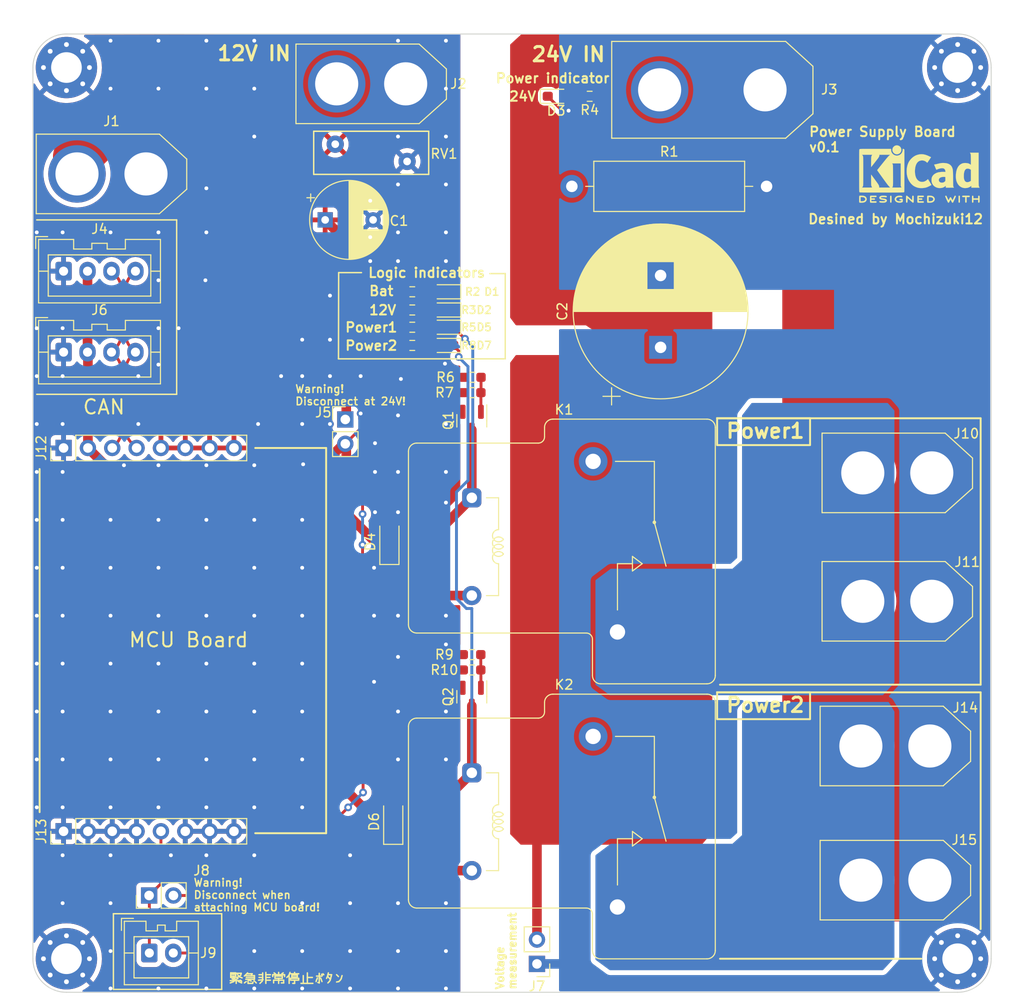
<source format=kicad_pcb>
(kicad_pcb (version 20221018) (generator pcbnew)
  (layers (0 "F.Cu" signal) (31 "B.Cu" signal) (34 "B.Paste" user) (35 "F.Paste" user) (36 "B.SilkS" user "B.Silkscreen") (37 "F.SilkS" user "F.Silkscreen") (38 "B.Mask" user) (39 "F.Mask" user) (44 "Edge.Cuts" user))
  (net 0 "")
  (net 1 "+24V")
  (net 2 "GNDPWR")
  (net 3 "Net-(D1-A)")
  (net 4 "Net-(D2-A)")
  (net 5 "GND")
  (net 6 "/PWR_Cutoff_Relay Sheet/Relay_SW_OUT")
  (net 7 "/PWR_Cutoff_Relay Sheet1/Relay_SW_OUT")
  (net 8 "Net-(Q1-G)")
  (net 9 "Net-(Q2-G)")
  (net 10 "+12V")
  (net 11 "CANH")
  (net 12 "CANL")
  (net 13 "12VIN")
  (net 14 "Net-(D3-A)")
  (net 15 "Net-(D4-A)")
  (net 16 "Net-(D5-A)")
  (net 17 "Net-(D6-A)")
  (net 18 "Net-(D7-A)")
  (net 19 "EMC_signal")
  (net 20 "/PWR_Cutoff_Relay Sheet/Relay_Coil_Signal")
  (footprint "MountingHole:MountingHole_3.2mm_M3_Pad_Via" (layer "F.Cu") (at 82.8 137.9)
    (fp_text reference "H2" hide)
    (fp_text value "MountingHole_Pad")
  )
  (footprint "Capacitor_THT:CP_Radial_D18.0mm_P7.50mm" (layer "F.Cu") (at 144.8 74.1 90)
    (fp_text reference "C2")
    (fp_text value "1000uF")
  )
  (footprint "RDC_general:XT90-M" (layer "F.Cu") (at 150.225 41.1 180)
    (fp_text reference "J3")
    (fp_text value "Conn_01x02")
  )
  (footprint "Resistor_SMD:R_0603_1608Metric_Pad0.98x0.95mm_HandSolder" (layer "F.Cu") (at 118.8875 72)
    (fp_text reference "R5")
    (fp_text value "10k")
  )
  (footprint "Connector_AMASS:AMASS_XT60-F_1x02_P7.20mm_Vertical" (layer "F.Cu") (at 172.9 129.7 180)
    (fp_text reference "J15")
    (fp_text value "Conn_01x02")
  )
  (footprint "Relay_THT:Relay_SPST_RAYEX-L90AS" (layer "F.Cu") (at 122.56 123.6)
    (fp_text reference "K2")
    (fp_text value "RAYEX-L90AS")
  )
  (footprint "Connector_PinHeader_2.54mm:PinHeader_1x08_P2.54mm_Vertical" (layer "F.Cu") (at 82.5 124.6 90)
    (fp_text reference "J13")
    (fp_text value "Conn_01x08")
  )
  (footprint "LED_SMD:LED_0603_1608Metric_Pad1.05x0.95mm_HandSolder" (layer "F.Cu") (at 122.2875 73.9 180)
    (fp_text reference "D7")
    (fp_text value "LED")
  )
  (footprint "Connector_PinHeader_2.54mm:PinHeader_1x08_P2.54mm_Vertical" (layer "F.Cu") (at 82.5 84.6 90)
    (fp_text reference "J12")
    (fp_text value "Conn_01x08")
  )
  (footprint "MountingHole:MountingHole_3.2mm_M3_Pad_Via" (layer "F.Cu") (at 175.8 44.9)
    (fp_text reference "H3" hide)
    (fp_text value "MountingHole_Pad")
  )
  (footprint "Connector_AMASS:AMASS_XT60-F_1x02_P7.20mm_Vertical" (layer "F.Cu") (at 91.1 56 180)
    (fp_text reference "J1")
    (fp_text value "Conn_01x02")
  )
  (footprint "Capacitor_THT:CP_Radial_D8.0mm_P5.00mm" (layer "F.Cu") (at 109.797349 60.8)
    (fp_text reference "C1")
    (fp_text value "100uF")
  )
  (footprint "Diode_SMD:D_SOD-123" (layer "F.Cu") (at 116.9 123.6 90)
    (fp_text reference "D6")
    (fp_text value "D")
  )
  (footprint "Connector_JST:JST_XA_B02B-XASK-1_1x02_P2.50mm_Vertical" (layer "F.Cu") (at 91.45 137.3)
    (fp_text reference "J9")
    (fp_text value "Conn_01x02")
  )
  (footprint "Resistor_SMD:R_0603_1608Metric_Pad0.98x0.95mm_HandSolder" (layer "F.Cu") (at 137.4 47.9 180)
    (fp_text reference "R4")
    (fp_text value "10k")
  )
  (footprint "Resistor_SMD:R_0603_1608Metric_Pad0.98x0.95mm_HandSolder" (layer "F.Cu") (at 118.8875 73.9)
    (fp_text reference "R8")
    (fp_text value "10k")
  )
  (footprint "Varistor:RV_Disc_D12mm_W4.5mm_P7.5mm" (layer "F.Cu") (at 110.85 52.9)
    (fp_text reference "RV1")
    (fp_text value "Varistor")
  )
  (footprint "Connector_PinHeader_2.54mm:PinHeader_1x02_P2.54mm_Vertical" (layer "F.Cu") (at 111.9 81.625)
    (fp_text reference "J5")
    (fp_text value "Conn_01x02")
  )
  (footprint "LED_SMD:LED_0603_1608Metric_Pad1.05x0.95mm_HandSolder" (layer "F.Cu") (at 122.2875 68.3 180)
    (fp_text reference "D1")
    (fp_text value "LED")
  )
  (footprint "Resistor_SMD:R_0603_1608Metric_Pad0.98x0.95mm_HandSolder" (layer "F.Cu") (at 125.125 107.7625 180)
    (fp_text reference "R10")
    (fp_text value "10k")
  )
  (footprint "Connector_PinHeader_2.54mm:PinHeader_1x02_P2.54mm_Vertical" (layer "F.Cu") (at 91.425 131.3 90)
    (fp_text reference "J8")
    (fp_text value "Conn_01x02")
  )
  (footprint "Resistor_SMD:R_0603_1608Metric_Pad0.98x0.95mm_HandSolder" (layer "F.Cu") (at 118.8875 70.2)
    (fp_text reference "R3")
    (fp_text value "10k")
  )
  (footprint "Symbol:KiCad-Logo2_5mm_SilkScreen" (layer "F.Cu") (at 171.8 56)
    (fp_text reference "REF**" hide)
    (fp_text value "KiCad-Logo2_5mm_SilkScreen" hide)
  )
  (footprint "MountingHole:MountingHole_3.2mm_M3_Pad_Via" (layer "F.Cu") (at 82.8 44.9)
    (fp_text reference "H1" hide)
    (fp_text value "MountingHole_Pad")
  )
  (footprint "Resistor_SMD:R_0603_1608Metric_Pad0.98x0.95mm_HandSolder" (layer "F.Cu") (at 118.8875 68.3)
    (fp_text reference "R2")
    (fp_text value "10k")
  )
  (footprint "Connector_AMASS:AMASS_XT60-F_1x02_P7.20mm_Vertical" (layer "F.Cu") (at 173.1 100.6 180)
    (fp_text reference "J11")
    (fp_text value "Conn_01x02")
  )
  (footprint "MountingHole:MountingHole_3.2mm_M3_Pad_Via" (layer "F.Cu") (at 175.8 137.9)
    (fp_text reference "H4" hide)
    (fp_text value "MountingHole_Pad")
  )
  (footprint "Connector_AMASS:AMASS_XT60-F_1x02_P7.20mm_Vertical" (layer "F.Cu") (at 173.1 87.2 180)
    (fp_text reference "J10")
    (fp_text value "Conn_01x02")
  )
  (footprint "Resistor_SMD:R_0603_1608Metric_Pad0.98x0.95mm_HandSolder" (layer "F.Cu") (at 125.15 77.225 180)
    (fp_text reference "R6")
    (fp_text value "100")
  )
  (footprint "Package_TO_SOT_SMD:SOT-23" (layer "F.Cu") (at 125.1 110.5625 -90)
    (fp_text reference "Q2")
    (fp_text value "Q_NMOS_GSD")
  )
  (footprint "LED_SMD:LED_0603_1608Metric_Pad1.05x0.95mm_HandSolder" (layer "F.Cu") (at 122.2875 72 180)
    (fp_text reference "D5")
    (fp_text value "LED")
  )
  (footprint "Relay_THT:Relay_SPST_RAYEX-L90AS" (layer "F.Cu") (at 122.56 94.9)
    (fp_text reference "K1")
    (fp_text value "RAYEX-L90AS")
  )
  (footprint "LED_SMD:LED_0603_1608Metric_Pad1.05x0.95mm_HandSolder" (layer "F.Cu") (at 133.9 47.9)
    (fp_text reference "D3")
    (fp_text value "LED")
  )
  (footprint "Connector_JST:JST_XA_B04B-XASK-1_1x04_P2.50mm_Vertical" (layer "F.Cu") (at 82.5 74.6)
    (fp_text reference "J6")
    (fp_text value "Conn_01x04")
  )
  (footprint "Connector_AMASS:AMASS_XT60-M_1x02_P7.20mm_Vertical" (layer "F.Cu") (at 118.2 46.6 180)
    (fp_text reference "J2")
    (fp_text value "Conn_01x02")
  )
  (footprint "Connector_PinHeader_2.54mm:PinHeader_1x02_P2.54mm_Vertical" (layer "F.Cu") (at 131.9 138.44 180)
    (fp_text reference "J7")
    (fp_text value "Conn_01x02")
  )
  (footprint "LED_SMD:LED_0603_1608Metric_Pad1.05x0.95mm_HandSolder" (layer "F.Cu") (at 122.2875 70.2 180)
    (fp_text reference "D2")
    (fp_text value "LED")
  )
  (footprint "Connector_JST:JST_XA_B04B-XASK-1_1x04_P2.50mm_Vertical" (layer "F.Cu") (at 82.5 66.15)
    (fp_text reference "J4")
    (fp_text value "Conn_01x04")
  )
  (footprint "Package_TO_SOT_SMD:SOT-23" (layer "F.Cu") (at 125.1 81.7625 -90)
    (fp_text reference "Q1")
    (fp_text value "Q_NMOS_GSD")
  )
  (footprint "Connector_AMASS:AMASS_XT60-F_1x02_P7.20mm_Vertical" (layer "F.Cu") (at 172.9 115.7 180)
    (fp_text reference "J14")
    (fp_text value "Conn_01x02")
  )
  (footprint "Resistor_SMD:R_0603_1608Metric_Pad0.98x0.95mm_HandSolder" (layer "F.Cu") (at 125.1375 78.825 180)
    (fp_text reference "R7")
    (fp_text value "10k")
  )
  (footprint "Resistor_SMD:R_0603_1608Metric_Pad0.98x0.95mm_HandSolder" (layer "F.Cu") (at 125.125 106.1625 180)
    (fp_text reference "R9")
    (fp_text value "100")
  )
  (footprint "Resistor_THT:R_Axial_DIN0516_L15.5mm_D5.0mm_P20.32mm_Horizontal" (layer "F.Cu") (at 135.54 57.3)
    (fp_text reference "R1")
    (fp_text value "10k")
  )
  (footprint "Diode_SMD:D_SOD-123" (layer "F.Cu") (at 116.5 94.4 90)
    (fp_text reference "D4")
    (fp_text value "D")
  )
  (gr_line (start 178.2 81.5) (end 178.2 109.3) (stroke (width 0.2)) (layer "F.SilkS"))
  (gr_line (start 111.204849 66.3) (end 111.1875 75.3) (stroke (width 0.15)) (layer "F.SilkS"))
  (gr_line (start 94.3 60.8) (end 94.3 79) (stroke (width 0.15)) (layer "F.SilkS"))
  (gr_line (start 99 141.1) (end 87.7 141.1) (stroke (width 0.15)) (layer "F.SilkS"))
  (gr_line (start 99 133.2) (end 99 141.1) (stroke (width 0.15)) (layer "F.SilkS"))
  (gr_line (start 150.7 110.1) (end 178.2 110.1) (stroke (width 0.2)) (layer "F.SilkS"))
  (gr_line (start 128.5875 75.3) (end 128.5875 66.4) (stroke (width 0.15)) (layer "F.SilkS"))
  (gr_line (start 113.5875 66.3) (end 111.204849 66.3) (stroke (width 0.15)) (layer "F.SilkS"))
  (gr_line (start 87.7 133.2) (end 99 133.2) (stroke (width 0.15)) (layer "F.SilkS"))
  (gr_line (start 94.3 79) (end 79.7 79) (stroke (width 0.15)) (layer "F.SilkS"))
  (gr_line (start 80 86.8) (end 80 122.6) (stroke (width 0.2)) (layer "F.SilkS"))
  (gr_line (start 109.9 84.6) (end 109.9 124.8) (stroke (width 0.2)) (layer "F.SilkS"))
  (gr_line (start 111.1875 75.3) (end 128.5875 75.3) (stroke (width 0.15)) (layer "F.SilkS"))
  (gr_line (start 150.7 81.5) (end 178.2 81.5) (stroke (width 0.2)) (layer "F.SilkS"))
  (gr_line (start 128.5875 66.4) (end 126.9875 66.4) (stroke (width 0.15)) (layer "F.SilkS"))
  (gr_line (start 178.2 109.3) (end 151 109.3) (stroke (width 0.2)) (layer "F.SilkS"))
  (gr_line (start 109.9 124.8) (end 102.5 124.8) (stroke (width 0.2)) (layer "F.SilkS"))
  (gr_line (start 79.7 60.8) (end 94.3 60.8) (stroke (width 0.15)) (layer "F.SilkS"))
  (gr_rect (start 150.7 81.5) (end 160.4 84.3) (stroke (width 0.2)) (fill none) (layer "F.SilkS"))
  (gr_line (start 172 137.9) (end 151 137.9) (stroke (width 0.2)) (layer "F.SilkS"))
  (gr_line (start 87.7 141.1) (end 87.7 133.2) (stroke (width 0.15)) (layer "F.SilkS"))
  (gr_line (start 178.2 110.1) (end 178.2 134.8) (stroke (width 0.2)) (layer "F.SilkS"))
  (gr_line (start 109.9 84.6) (end 102.5 84.6) (stroke (width 0.2)) (layer "F.SilkS"))
  (gr_rect (start 150.7 110.1) (end 160.4 112.9) (stroke (width 0.2)) (fill none) (layer "F.SilkS"))
  (gr_arc (start 82.8 141.4) (mid 80.325126 140.374874) (end 79.3 137.9) (stroke (width 0.1)) (layer "Edge.Cuts"))
  (gr_arc (start 79.3 44.9) (mid 80.325126 42.425126) (end 82.8 41.4) (stroke (width 0.1)) (layer "Edge.Cuts"))
  (gr_arc (start 179.3 137.9) (mid 178.274874 140.374874) (end 175.8 141.4) (stroke (width 0.1)) (layer "Edge.Cuts"))
  (gr_line (start 175.8 41.4) (end 82.8 41.4) (stroke (width 0.1)) (layer "Edge.Cuts"))
  (gr_line (start 82.8 141.4) (end 175.8 141.4) (stroke (width 0.1)) (layer "Edge.Cuts"))
  (gr_arc (start 175.8 41.4) (mid 178.274874 42.425126) (end 179.3 44.9) (stroke (width 0.1)) (layer "Edge.Cuts"))
  (gr_line (start 79.3 44.9) (end 79.3 137.9) (stroke (width 0.1)) (layer "Edge.Cuts"))
  (gr_line (start 179.3 137.9) (end 179.3 44.9) (stroke (width 0.1)) (layer "Edge.Cuts"))
  (gr_text "Power2" (at 111.7875 74.5) (layer "F.SilkS") (effects (font (size 1 1) (thickness 0.2) bold) (justify left bottom)))
  (gr_text "Desined by Mochizuki12" (at 160.1 61.3) (layer "F.SilkS") (effects (font (size 1 1) (thickness 0.2) bold) (justify left bottom)))
  (gr_text "MCU Board" (at 89.2 105.5) (layer "F.SilkS") (effects (font (size 1.5 1.5) (thickness 0.2)) (justify left bottom)))
  (gr_text "Warning!\nDisconnect when \nattaching MCU board!" (at 96 133) (layer "F.SilkS") (effects (font (size 0.8 0.8)) (justify left bottom)))
  (gr_text "12V" (at 114.2875 70.8) (layer "F.SilkS") (effects (font (size 1 1) (thickness 0.2) bold) (justify left bottom)))
  (gr_text "Bat\n" (at 114.2875 68.8) (layer "F.SilkS") (effects (font (size 1 1) (thickness 0.2) bold) (justify left bottom)))
  (gr_text "Power Supply Board\nv0.1" (at 160.2 53.8) (layer "F.SilkS") (effects (font (size 1 1) (thickness 0.2) bold) (justify left bottom)))
  (gr_text "Warning!\nDisconnect at 24V!" (at 106.6 80.2) (layer "F.SilkS") (effects (font (size 0.8 0.8)) (justify left bottom)))
  (gr_text "24V" (at 128.9 48.5) (layer "F.SilkS") (effects (font (size 1 1) (thickness 0.2) bold) (justify left bottom)))
  (gr_text "24V IN" (at 131.2 44.4) (layer "F.SilkS") (effects (font (size 1.5 1.5) (thickness 0.3) bold) (justify left bottom)))
  (gr_text "CAN" (at 84.4 81.2) (layer "F.SilkS") (effects (font (size 1.5 1.5) (thickness 0.2)) (justify left bottom)))
  (gr_text "緊急非常停止ボタン" (at 99.7 140.6) (layer "F.SilkS") (effects (font (size 1 1)) (justify left bottom)))
  (gr_text "Voltage\nmeasurement" (at 129.8 141.2 90) (layer "F.SilkS") (effects (font (size 0.8 0.8) (thickness 0.2) bold) (justify left bottom)))
  (gr_text "Power1" (at 111.7875 72.6) (layer "F.SilkS") (effects (font (size 1 1) (thickness 0.2) bold) (justify left bottom)))
  (gr_text "12V IN" (at 98.4 44.3) (layer "F.SilkS") (effects (font (size 1.5 1.5) (thickness 0.3) bold) (justify left bottom)))
  (gr_text "Power indicator" (at 127.5 46.6) (layer "F.SilkS") (effects (font (size 1 1) (thickness 0.2) bold) (justify left bottom)))
  (gr_text "Power1\n" (at 151.5 83.7) (layer "F.SilkS") (effects (font (size 1.5 1.5) (thickness 0.3) bold) (justify left bottom)))
  (gr_text "Power2" (at 151.5 112.3) (layer "F.SilkS") (effects (font (size 1.5 1.5) (thickness 0.3) bold) (justify left bottom)))
  (gr_text "Logic indicators" (at 114.1875 66.9) (layer "F.SilkS") (effects (font (size 1 1) (thickness 0.2) bold) (justify left bottom)))
  (segment (start 131.9 135.9) (end 131.9 125.4) (width 1) (layer "F.Cu") (net 1))
  (segment (start 144.8 73.86) (end 144.8 74.1) (width 1) (layer "F.Cu") (net 1))
  (segment (start 135.2 49.4) (end 134.525 49.4) (width 0.3) (layer "F.Cu") (net 2))
  (segment (start 134.525 49.4) (end 133.025 47.9) (width 0.3) (layer "F.Cu") (net 2))
  (via (at 135.2 49.4) (size 0.8) (drill 0.4) (layers "F.Cu" "B.Cu") (net 2))
  (segment (start 134.56 138.44) (end 134.6 138.4) (width 1) (layer "B.Cu") (net 2))
  (segment (start 131.9 138.44) (end 134.56 138.44) (width 1) (layer "B.Cu") (net 2))
  (segment (start 119.8 68.3) (end 121.4125 68.3) (width 0.3) (layer "F.Cu") (net 3))
  (segment (start 119.8 70.2) (end 121.4125 70.2) (width 0.3) (layer "F.Cu") (net 4))
  (segment (start 124.225 78.825) (end 123.975 78.825) (width 0.25) (layer "F.Cu") (net 5))
  (segment (start 93.25 57.9) (end 93.3 57.85) (width 1) (layer "F.Cu") (net 5))
  (segment (start 124.2125 109.5625) (end 124.15 109.625) (width 0.25) (layer "F.Cu") (net 5))
  (segment (start 124.15 78.9) (end 124.225 78.825) (width 0.25) (layer "F.Cu") (net 5))
  (via (at 79.7 62.1) (size 0.8) (drill 0.4) (layers "F.Cu" "B.Cu") (net 5))
  (via (at 117.4 106.4) (size 0.8) (drill 0.4) (layers "F.Cu" "B.Cu") (net 5))
  (via (at 114.9 97.1) (size 0.8) (drill 0.4) (layers "F.Cu" "B.Cu") (net 5))
  (via (at 112.4 137.1) (size 0.8) (drill 0.4) (layers "F.Cu" "B.Cu") (net 5))
  (via (at 97.4 112.1) (size 0.8) (drill 0.4) (layers "F.Cu" "B.Cu") (net 5))
  (via (at 82.4 127.1) (size 0.8) (drill 0.4) (layers "F.Cu" "B.Cu") (net 5))
  (via (at 122.4 137.1) (size 0.8) (drill 0.4) (layers "F.Cu" "B.Cu") (net 5))
  (via (at 87.4 127.1) (size 0.8) (drill 0.4) (layers "F.Cu" "B.Cu") (net 5))
  (via (at 110.3 77.1) (size 0.8) (drill 0.4) (layers "F.Cu" "B.Cu") (net 5))
  (via (at 107.4 141) (size 0.8) (drill 0.4) (layers "F.Cu" "B.Cu") (net 5))
  (via (at 102.4 102.1) (size 0.8) (drill 0.4) (layers "F.Cu" "B.Cu") (net 5))
  (via (at 122.4 102.1) (size 0.8) (drill 0.4) (layers "F.Cu" "B.Cu") (net 5))
  (via (at 82.4 87.1) (size 0.8) (drill 0.4) (layers "F.Cu" "B.Cu") (net 5))
  (via (at 79.7 107.1) (size 0.8) (drill 0.4) (layers "F.Cu" "B.Cu") (net 5))
  (via (at 102.4 86.4) (size 0.8) (drill 0.4) (layers "F.Cu" "B.Cu") (net 5))
  (via (at 102.4 112.1) (size 0.8) (drill 0.4) (layers "F.Cu" "B.Cu") (net 5))
  (via (at 114.9 109) (size 0.8) (drill 0.4) (layers "F.Cu" "B.Cu") (net 5))
  (via (at 102.4 47.1) (size 0.8) (drill 0.4) (layers "F.Cu" "B.Cu") (net 5))
  (via (at 117.4 117.1) (size 0.8) (drill 0.4) (layers "F.Cu" "B.Cu") (net 5))
  (via (at 115 91.3) (size 0.8) (drill 0.4) (layers "F.Cu" "B.Cu") (net 5))
  (via (at 122.4 132.1) (size 0.8) (drill 0.4) (layers "F.Cu" "B.Cu") (net 5))
  (via (at 87.4 92.1) (size 0.8) (drill 0.4) (layers "F.Cu" "B.Cu") (net 5))
  (via (at 82.4 82.1) (size 0.8) (drill 0.4) (layers "F.Cu" "B.Cu") (net 5))
  (via (at 114.5 62.6) (size 0.8) (drill 0.4) (layers "F.Cu" "B.Cu") (net 5))
  (via (at 79.7 82.1) (size 0.8) (drill 0.4) (layers "F.Cu" "B.Cu") (net 5))
  (via (at 92.4 75.9) (size 0.8) (drill 0.4) (layers "F.Cu" "B.Cu") (net 5))
  (via (at 97.4 57.5) (size 0.8) (drill 0.4) (layers "F.Cu" "B.Cu") (net 5))
  (via (at 122.3 75.8) (size 0.8) (drill 0.4) (layers "F.Cu" "B.Cu") (net 5))
  (via (at 88.8 86.4) (size 0.8) (drill 0.4) (layers "F.Cu" "B.Cu") (net 5))
  (via (at 107.4 122.1) (size 0.8) (drill 0.4) (layers "F.Cu" "B.Cu") (net 5))
  (via (at 102.4 117.1) (size 0.8) (drill 0.4) (layers "F.Cu" "B.Cu") (net 5))
  (via (at 114.5 65.1) (size 0.8) (drill 0.4) (layers "F.Cu" "B.Cu") (net 5))
  (via (at 97.4 141) (size 0.8) (drill 0.4) (layers "F.Cu" "B.Cu") (net 5))
  (via (at 82.4 117.1) (size 0.8) (drill 0.4) (layers "F.Cu" "B.Cu") (net 5))
  (via (at 97.4 127.1) (size 0.8) (drill 0.4) (layers "F.Cu" "B.Cu") (net 5))
  (via (at 87.4 141) (size 0.8) (drill 0.4) (layers "F.Cu" "B.Cu") (net 5))
  (via (at 122.4 57.1) (size 0.8) (drill 0.4) (layers "F.Cu" "B.Cu") (net 5))
  (via (at 82.4 102.1) (size 0.8) (drill 0.4) (layers "F.Cu" "B.Cu") (net 5))
  (via (at 107.4 107.1) (size 0.8) (drill 0.4) (layers "F.Cu" "B.Cu") (net 5))
  (via (at 102.4 107.1) (size 0.8) (drill 0.4) (layers "F.Cu" "B.Cu") (net 5))
  (via (at 79.7 117.1) (size 0.8) (drill 0.4) (layers "F.Cu" "B.Cu") (net 5))
  (via (at 122.4 52.1) (size 0.8) (drill 0.4) (layers "F.Cu" "B.Cu") (net 5))
  (via (at 102.4 127.1) (size 0.8) (drill 0.4) (layers "F.Cu" "B.Cu") (net 5))
  (via (at 92.4 62.1) (size 0.8) (drill 0.4) (layers "F.Cu" "B.Cu") (net 5))
  (via (at 79.7 112.1) (size 0.8) (drill 0.4) (layers "F.Cu" "B.Cu") (net 5))
  (via (at 97.4 102.1) (size 0.8) (drill 0.4) (layers "F.Cu" "B.Cu") (net 5))
  (via (at 107.4 77.1) (size 0.8) (drill 0.4) (layers "F.Cu" "B.Cu") (net 5))
  (via (at 102.4 137.1) (size 0.8) (drill 0.4) (layers "F.Cu" "B.Cu") (net 5))
  (via (at 87.4 102.1) (size 0.8) (drill 0.4) (layers "F.Cu" "B.Cu") (net 5))
  (via (at 110.3 73.3) (size 0.8) (drill 0.4) (layers "F.Cu" "B.Cu") (net 5))
  (via (at 97.4 107.1) (size 0.8) (drill 0.4) (layers "F.Cu" "B.Cu") (net 5))
  (via (at 82.4 122.1) (size 0.8) (drill 0.4) (layers "F.Cu" "B.Cu") (net 5))
  (via (at 87.4 112.1) (size 0.8) (drill 0.4) (layers "F.Cu" "B.Cu") (net 5))
  (via (at 110.3 82.1) (size 0.8) (drill 0.4) (layers "F.Cu" "B.Cu") (net 5))
  (via (at 87.4 42.1) (size 0.8) (drill 0.4) (layers "F.Cu" "B.Cu") (net 5))
  (via (at 92.4 112.1) (size 0.8) (drill 0.4) (layers "F.Cu" "B.Cu") (net 5))
  (via (at 87.4 107.1) (size 0.8) (drill 0.4) (layers "F.Cu" "B.Cu") (net 5))
  (via (at 92.4 42.1) (size 0.8) (drill 0.4) (layers "F.Cu" "B.Cu") (net 5))
  (via (at 117.7 77.4) (size 0.8) (drill 0.4) (layers "F.Cu" "B.Cu") (net 5))
  (via (at 92.4 97.1) (size 0.8) (drill 0.4) (layers "F.Cu" "B.Cu") (net 5))
  (via (at 82.4 97.1) (size 0.8) (drill 0.4) (layers "F.Cu" "B.Cu") (net 5))
  (via (at 87.4 132.1) (size 0.8) (drill 0.4) (layers "F.Cu" "B.Cu") (net 5))
  (via (at 105.2 77.1) (size 0.8) (drill 0.4) (layers "F.Cu" "B.Cu") (net 5))
  (via (at 117.4 42.1) (size 0.8) (drill 0.4) (layers "F.Cu" "B.Cu") (net 5))
  (via (at 122.4 112.1) (size 0.8) (drill 0.4) (layers "F.Cu" "B.Cu") (net 5))
  (via (at 122.4 90.3) (size 0.8) (drill 0.4) (layers "F.Cu" "B.Cu") (net 5))
  (via (at 82.4 107.1) (size 0.8) (drill 0.4) (layers "F.Cu" "B.Cu") (net 5))
  (via (at 113.5 81) (size 0.8) (drill 0.4) (layers "F.Cu" "B.Cu") (net 5))
  (via (at 92.4 67.1) (size 0.8) (drill 0.4) (layers "F.Cu" "B.Cu") (net 5))
  (via (at 97.4 62.1) (size 0.8) (drill 0.4) (layers "F.Cu" "B.Cu") (net 5))
  (via (at 112.4 127.1) (size 0.8) (drill 0.4) (layers "F.Cu" "B.Cu") (net 5))
  (via (at 102.4 52.1) (size 0.8) (drill 0.4) (layers "F.Cu" "B.Cu") (net 5))
  (via (at 122.4 105.1) (size 0.8) (drill 0.4) (layers "F.Cu" "B.Cu") (net 5))
  (via (at 87.4 97.1) (size 0.8) (drill 0.4) (layers "F.Cu" "B.Cu") (net 5))
  (via (at 102.4 42.1) (size 0.8) (drill 0.4) (layers "F.Cu" "B.Cu") (net 5))
  (via (at 102.4 92.1) (size 0.8) (drill 0.4) (layers "F.Cu" "B.Cu") (net 5))
  (via (at 117.4 87.1) (size 0.8) (drill 0.4) (layers "F.Cu" "B.Cu") (net 5))
  (via (at 79.7 97.1) (size 0.8) (drill 0.4) (layers "F.Cu" "B.Cu") (net 5))
  (via (at 117.4 112.1) (size 0.8) (drill 0.4) (layers "F.Cu" "B.Cu") (net 5))
  (via (at 82.4 92.1) (size 0.8) (drill 0.4) (layers "F.Cu" "B.Cu") (net 5))
  (via (at 117.4 57.1) (size 0.8) (drill 0.4) (layers "F.Cu" "B.Cu") (net 5))
  (via (at 102.4 97.1) (size 0.8) (drill 0.4) (layers "F.Cu" "B.Cu") (net 5))
  (via (at 97.3 67.1) (size 0.8) (drill 0.4) (layers "F.Cu" "B.Cu") (net 5))
  (via (at 92.4 72.1) (size 0.8) (drill 0.4) (layers "F.Cu" "B.Cu") (net 5))
  (via (at 107.4 112.1) (size 0.8) (drill 0.4) (layers "F.Cu" "B.Cu") (net 5))
  (via (at 107.4 82.1) (size 0.8) (drill 0.4) (layers "F.Cu" "B.Cu") (net 5))
  (via (at 117.4 132.1) (size 0.8) (drill 0.4) (layers "F.Cu" "B.Cu") (net 5))
  (via (at 115 84.1) (size 0.8) (drill 0.4) (layers "F.Cu" "B.Cu") (net 5))
  (via (at 110.3 68.7) (size 0.8) (drill 0.4) (layers "F.Cu" "B.Cu") (net 5))
  (via (at 82.4 72.1) (size 0.8) (drill 0.4) (layers "F.Cu" "B.Cu") (net 5))
  (via (at 117.4 52.1) (size 0.8) (drill 0.4) (layers "F.Cu" "B.Cu") (net 5))
  (via (at 87.4 47.1) (size 0.8) (drill 0.4) (layers "F.Cu" "B.Cu") (net 5))
  (via (at 79.7 77.1) (size 0.8) (drill 0.4) (layers "F.Cu" "B.Cu") (net 5))
  (via (at 117.4 62.1) (size 0.8) (drill 0.4) (layers "F.Cu" "B.Cu") (net 5))
  (via (at 87.4 122.1) (size 0.8) (drill 0.4) (layers "F.Cu" "B.Cu") (net 5))
  (via (at 97.4 97.1) (size 0.8) (drill 0.4) (layers "F.Cu" "B.Cu") (net 5))
  (via (at 117.4 91.3) (size 0.8) (drill 0.4) (layers "F.Cu" "B.Cu") (net 5))
  (via (at 102.4 141) (size 0.8) (drill 0.4) (layers "F.Cu" "B.Cu") (net 5))
  (via (at 90.3 82.1) (size 0.8) (drill 0.4) (layers "F.Cu" "B.Cu") (net 5))
  (via (at 92.4 122.1) (size 0.8) (drill 0.4) (layers "F.Cu" "B.Cu") (net 5))
  (via (at 122.4 87.1) (size 0.8) (drill 0.4) (layers "F.Cu" "B.Cu") (net 5))
  (via (at 107.4 132.1) (size 0.8) (drill 0.4) (layers "F.Cu" "B.Cu") (net 5))
  (via (at 79.7 72.1) (size 0.8) (drill 0.4) (layers "F.Cu" "B.Cu") (net 5))
  (via (at 82.4 132.1) (size 0.8) (drill 0.4) (layers "F.Cu" "B.Cu") (net 5))
  (via (at 102.4 122.1) (size 0.8) (drill 0.4) (layers "F.Cu" "B.Cu") (net 5))
  (via (at 79.7 122.1) (size 0.8) (drill 0.4) (layers "F.Cu" "B.Cu") (net 5))
  (via (at 97.4 42.1) (size 0.8) (drill 0.4) (layers "F.Cu" "B.Cu") (net 5))
  (via (at 107.4 102.1) (size 0.8) (drill 0.4) (layers "F.Cu" "B.Cu") (net 5))
  (via (at 122.4 65.1) (size 0.8) (drill 0.4) (layers "F.Cu" "B.Cu") (net 5))
  (via (at 117.4 81.2) (size 0.8) (drill 0.4) (layers "F.Cu" "B.Cu") (net 5))
  (via (at 93.7 127.1) (size 0.8) (drill 0.4) (layers "F.Cu" "B.Cu") (net 5))
  (via (at 117.4 65.1) (size 0.8) (drill 0.4) (layers "F.Cu" "B.Cu") (net 5))
  (via (at 97.4 47.1) (size 0.8) (drill 0.4) (layers "F.Cu" "B.Cu") (net 5))
  (via (at 122.4 82.1) (size 0.8) (drill 0.4) (layers "F.Cu" "B.Cu") (net 5))
  (via (at 90.3 77.1) (size 0.8) (drill 0.4) (layers "F.Cu" "B.Cu") (net 5))
  (via (at 122.4 117.1) (size 0.8) (drill 0.4) (layers "F.Cu" "B.Cu") (net 5))
  (via (at 107.4 92.1) (size 0.8) (drill 0.4) (layers "F.Cu" "B.Cu") (net 5))
  (via (at 87.4 137.1) (size 0.8) (drill 0.4) (layers "F.Cu" "B.Cu") (net 5))
  (via (at 107.4 117.1) (size 0.8) (drill 0.4) (layers "F.Cu" "B.Cu") (net 5))
  (via (at 107.4 73.3) (size 0.8) (drill 0.4) (layers "F.Cu" "B.Cu") (net 5))
  (via (at 92.4 141) (size 0.8) (drill 0.4) (layers "F.Cu" "B.Cu") (net 5))
  (via (at 92.4 107.1) (size 0.8) (drill 0.4) (layers "F.Cu" "B.Cu") (net 5))
  (via (at 79.7 87.1) (size 0.8) (drill 0.4) (layers "F.Cu" "B.Cu") (net 5))
  (via (at 107.4 137.1) (size 0.8) (drill 0.4) (layers "F.Cu" "B.Cu") (net 5))
  (via (at 115 87.1) (size 0.8) (drill 0.4) (layers "F.Cu" "B.Cu") (net 5))
  (via (at 122.4 141) (size 0.8) (drill 0.4) (layers "F.Cu" "B.Cu") (net 5))
  (via (at 94.5 72.1) (size 0.8) (drill 0.4) (layers "F.Cu" "B.Cu") (net 5))
  (via (at 92.4 47.1) (size 0.8) (drill 0.4) (layers "F.Cu" "B.Cu") (net 5))
  (via (at 117.4 137.1) (size 0.8) (drill 0.4) (layers "F.Cu" "B.Cu") (net 5))
  (via (at 97.4 86.4) (size 0.8) (drill 0.4) (layers "F.Cu" "B.Cu") (net 5))
  (via (at 112.4 141) (size 0.8) (drill 0.4) (layers "F.Cu" "B.Cu") (net 5))
  (via (at 114.5 58.8) (size 0.8) (drill 0.4) (layers "F.Cu" "B.Cu") (net 5))
  (via (at 79.7 102.1) (size 0.8) (drill 0.4) (layers "F.Cu" "B.Cu") (net 5))
  (via (at 82.4 112.1) (size 0.8) (drill 0.4) (layers "F.Cu" "B.Cu") (net 5))
  (via (at 92.4 117.1) (size 0.8) (drill 0.4) (layers "F.Cu" "B.Cu") (net 5))
  (via (at 97.4 122.1) (size 0.8) (drill 0.4) (layers "F.Cu" "B.Cu") (net 5))
  (via (at 87.4 62.1) (size 0.8) (drill 0.4) (layers "F.Cu" "B.Cu") (net 5))
  (via (at 87.4 117.1) (size 0.8) (drill 0.4) (layers "F.Cu" "B.Cu") (net 5))
  (via (at 114.9 102.1) (size 0.8) (drill 0.4) (layers "F.Cu" "B.Cu") (net 5))
  (via (at 112.4 132.1) (size 0.8) (drill 0.4) (layers "F.Cu" "B.Cu") (net 5))
  (via (at 97.4 92.1) (size 0.8) (drill 0.4) (layers "F.Cu" "B.Cu") (net 5))
  (via (at 92.4 86.4) (size 0.8) (drill 0.4) (layers "F.Cu" "B.Cu") (net 5))
  (via (at 107.5 86.3) (size 0.8) (drill 0.4) (layers "F.Cu" "B.Cu") (net 5))
  (via (at 82.4 62.1) (size 0.8) (drill 0.4) (layers "F.Cu" "B.Cu") (net 5))
  (via (at 122.4 47.1) (size 0.8) (drill 0.4) (layers "F.Cu" "B.Cu") (net 5))
  (via (at 122.4 62.1) (size 0.8) (drill 0.4) (layers "F.Cu" "B.Cu") (net 5))
  (via (at 117.4 141) (size 0.8) (drill 0.4) (layers "F.Cu" "B.Cu") (net 5))
  (via (at 82.4 77.1) (size 0.8) (drill 0.4) (layers "F.Cu" "B.Cu") (net 5))
  (via (at 122.4 42.1) (size 0.8) (drill 0.4) (layers "F.Cu" "B.Cu") (net 5))
  (via (at 113.5 77.1) (size 0.8) (drill 0.4) (layers "F.Cu" "B.Cu") (net 5))
  (via (at 97.4 117.1) (size 0.8) (drill 0.4) (layers "F.Cu" "B.Cu") (net 5))
  (via (at 79.7 92.1) (size 0.8) (drill 0.4) (layers "F.Cu" "B.Cu") (net 5))
  (via (at 117.4 102.1) (size 0.8) (drill 0.4) (layers "F.Cu" "B.Cu") (net 5))
  (via (at 102.8 82.1) (size 0.8) (drill 0.4) (layers "F.Cu" "B.Cu") (net 5))
  (via (at 92.4 102.1) (size 0.8) (drill 0.4) (layers "F.Cu" "B.Cu") (net 5))
  (via (at 92.4 92.1) (size 0.8) (drill 0.4) (layers "F.Cu" "B.Cu") (net 5))
  (via (at 107.4 97.1) (size 0.8) (drill 0.4) (layers "F.Cu" "B.Cu") (net 5))
  (segment (start 126.0625 77.225) (end 126.0625 78.8125) (width 0.3) (layer "F.Cu") (net 8))
  (segment (start 126.0625 78.8125) (end 126.05 78.825) (width 0.25) (layer "F.Cu") (net 8))
  (segment (start 126.05 78.825) (end 126.05 80.825) (width 0.3) (layer "F.Cu") (net 8))
  (segment (start 126.05 109.625) (end 126.05 107.775) (width 0.3) (layer "F.Cu") (net 9))
  (segment (start 126.0375 107.7625) (end 126.0375 106.1625) (width 0.3) (layer "F.Cu") (net 9))
  (segment (start 126.05 107.775) (end 126.0375 107.7625) (width 0.25) (layer "F.Cu") (net 9))
  (segment (start 83.9 54.253032) (end 87.853032 50.3) (width 5) (layer "F.Cu") (net 10))
  (segment (start 112 63.002651) (end 109.797349 60.8) (width 1) (layer "F.Cu") (net 10))
  (segment (start 110.9 47.2) (end 111 47.1) (width 5) (layer "F.Cu") (net 10))
  (segment (start 100.7 55.8) (end 100.7 68.2) (width 5) (layer "F.Cu") (net 10))
  (segment (start 87.853032 50.3) (end 95.2 50.3) (width 5) (layer "F.Cu") (net 10))
  (segment (start 117.975 68.3) (end 115.1 68.3) (width 0.3) (layer "F.Cu") (net 10))
  (segment (start 95.2 50.3) (end 100.7 55.8) (width 5) (layer "F.Cu") (net 10))
  (segment (start 111.9 81.625) (end 112 81.525) (width 1) (layer "F.Cu") (net 10))
  (segment (start 83.9 56) (end 83.9 54.253032) (width 5) (layer "F.Cu") (net 10))
  (segment (start 112 81.525) (end 112 63.002651) (width 1) (layer "F.Cu") (net 10))
  (segment (start 115.1 68.3) (end 112 65.2) (width 0.3) (layer "F.Cu") (net 10))
  (segment (start 100.7 68.2) (end 100.8 68.3) (width 5) (layer "F.Cu") (net 10))
  (segment (start 87.5 66.15) (end 87.914214 66.564214) (width 0.3) (layer "F.Cu") (net 11))
  (segment (start 88.5 82.851573) (end 88.5 76.428427) (width 0.3) (layer "F.Cu") (net 11))
  (segment (start 87.914213 75.014213) (end 87.5 74.6) (width 0.3) (layer "F.Cu") (net 11))
  (segment (start 88.5 67.978427) (end 88.5 72.771573) (width 0.3) (layer "F.Cu") (net 11))
  (segment (start 87.58 84.6) (end 87.914214 84.265786) (width 0.3) (layer "F.Cu") (net 11))
  (segment (start 87.914213 74.185787) (end 87.5 74.6) (width 0.3) (layer "F.Cu") (net 11))
  (arc (start 88.5 67.978427) (mid 88.347759 67.21306) (end 87.914214 66.564214) (width 0.3) (layer "F.Cu") (net 11))
  (arc (start 87.914214 84.265786) (mid 88.347759 83.61694) (end 88.5 82.851573) (width 0.3) (layer "F.Cu") (net 11))
  (arc (start 87.914213 75.014213) (mid 88.347759 75.66306) (end 88.5 76.428427) (width 0.3) (layer "F.Cu") (net 11))
  (arc (start 88.5 72.771573) (mid 88.347759 73.53694) (end 87.914213 74.185787) (width 0.3) (layer "F.Cu") (net 11))
  (segment (start 90 66.15) (end 89.585786 66.564214) (width 0.3) (layer "F.Cu") (net 12))
  (segment (start 89.585787 75.014213) (end 90 74.6) (width 0.3) (layer "F.Cu") (net 12))
  (segment (start 90.12 84.6) (end 89.585786 84.065786) (width 0.3) (layer "F.Cu") (net 12))
  (segment (start 89 67.978427) (end 89 72.771573) (width 0.3) (layer "F.Cu") (net 12))
  (segment (start 89.585787 74.185787) (end 90 74.6) (width 0.3) (layer "F.Cu") (net 12))
  (segment (start 89 82.651573) (end 89 76.428427) (width 0.3) (layer "F.Cu") (net 12))
  (arc (start 89.585786 84.065786) (mid 89.152241 83.41694) (end 89 82.651573) (width 0.3) (layer "F.Cu") (net 12))
  (arc (start 89.585787 74.185787) (mid 89.152241 73.53694) (end 89 72.771573) (width 0.3) (layer "F.Cu") (net 12))
  (arc (start 89.585786 66.564214) (mid 89.152241 67.21306) (end 89 67.978427) (width 0.3) (layer "F.Cu") (net 12))
  (arc (start 89 76.428427) (mid 89.152241 75.66306) (end 89.585787 75.014213) (width 0.3) (layer "F.Cu") (net 12))
  (segment (start 112 92) (end 112 120.35) (width 1) (layer "F.Cu") (net 13))
  (segment (start 101.1 131.3) (end 93.965 131.3) (width 0.3) (layer "F.Cu") (net 13))
  (segment (start 125 100.1) (end 125.1 100) (width 0.25) (layer "F.Cu") (net 13))
  (segment (start 88.24 87.8) (end 108.1 87.8) (width 1) (layer "F.Cu") (net 13))
  (segment (start 116.5 96.05) (end 120.45 100) (width 1) (layer "F.Cu") (net 13))
  (segment (start 112 83.9) (end 112 92) (width 1) (layer "F.Cu") (net 13))
  (segment (start 85.04 84.6) (end 85.04 74.64) (width 1) (layer "F.Cu") (net 13))
  (segment (start 116.6 79.460661) (end 112.160661 83.9) (width 0.3) (layer "F.Cu") (net 13))
  (segment (start 116.5 95.9) (end 112 91.4) (width 1) (layer "F.Cu") (net 13))
  (segment (start 116.5 96.05) (end 116.5 95.9) (width 1) (layer "F.Cu") (net 13))
  (segment (start 85 66.15) (end 85 74.6) (width 1) (layer "F.Cu") (net 13))
  (segment (start 112 120.35) (end 112.025 120.375) (width 1) (layer "F.Cu") (net 13))
  (segment (start 112.025 120.375) (end 101.1 131.3) (width 0.3) (layer "F.Cu") (net 13))
  (segment (start 85.04 84.6) (end 88.24 87.8) (width 1) (layer "F.Cu") (net 13))
  (segment (start 112 91.55) (end 112 83.9) (width 0.3) (layer "F.Cu") (net 13))
  (segment (start 112.160661 83.9) (end 112 83.9) (width 0.3) (layer "F.Cu") (net 13))
  (segment (start 108.1 87.8) (end 112 83.9) (width 1) (layer "F.Cu") (net 13))
  (segment (start 120.35 128.7) (end 125.1 128.7) (width 1) (layer "F.Cu") (net 13))
  (segment (start 116.6 76.7) (end 116.6 79.460661) (width 0.3) (layer "F.Cu") (net 13))
  (segment (start 116.9 125.25) (end 120.35 128.7) (width 1) (layer "F.Cu") (net 13))
  (segment (start 85.04 74.64) (end 85 74.6) (width 1) (layer "F.Cu") (net 13))
  (segment (start 120.45 100) (end 125.1 100) (width 1) (layer "F.Cu") (net 13))
  (segment (start 117.975 70.2) (end 117.975 73.9) (width 0.3) (layer "F.Cu") (net 13))
  (segment (start 117.975 73.9) (end 117.975 75.325) (width 0.3) (layer "F.Cu") (net 13))
  (segment (start 116.9 125.25) (end 112.025 120.375) (width 1) (layer "F.Cu") (net 13))
  (segment (start 117.975 75.325) (end 116.6 76.7) (width 0.3) (layer "F.Cu") (net 13))
  (segment (start 134.775 47.9) (end 136.4875 47.9) (width 0.3) (layer "F.Cu") (net 14))
  (segment (start 124.3625 73.2) (end 123.1625 72) (width 0.3) (layer "F.Cu") (net 15))
  (segment (start 122.15 92.75) (end 125.1 89.8) (width 1) (layer "F.Cu") (net 15))
  (segment (start 116.5 92.75) (end 122.15 92.75) (width 1) (layer "F.Cu") (net 15))
  (segment (start 125.1 82.7) (end 125.1 89.8) (width 1) (layer "F.Cu") (net 15))
  (segment (start 124.3875 73.2) (end 124.3625 73.2) (width 0.3) (layer "F.Cu") (net 15))
  (via (at 124.3875 73.2) (size 0.8) (drill 0.4) (layers "F.Cu" "B.Cu") (net 15))
  (segment (start 125.1875 74) (end 125.2 74.0125) (width 0.3) (layer "B.Cu") (net 15))
  (segment (start 124.3875 73.2) (end 125.1875 74) (width 0.3) (layer "B.Cu") (net 15))
  (segment (start 125.2 89.7) (end 125.1 89.8) (width 0.3) (layer "B.Cu") (net 15))
  (segment (start 125.2 74.0125) (end 125.2 89.7) (width 0.3) (layer "B.Cu") (net 15))
  (segment (start 119.8 72) (end 121.4125 72) (width 0.3) (layer "F.Cu") (net 16))
  (segment (start 125.1 118.5) (end 121.65 121.95) (width 1) (layer "F.Cu") (net 17))
  (segment (start 125.1 111.5) (end 125.1 118.5) (width 1) (layer "F.Cu") (net 17))
  (segment (start 121.65 121.95) (end 116.9 121.95) (width 1) (layer "F.Cu") (net 17))
  (segment (start 123.738 74.4755) (end 123.1625 73.9) (width 0.3) (layer "F.Cu") (net 17))
  (segment (start 123.738 75.1) (end 123.738 74.4755) (width 0.3) (layer "F.Cu") (net 17))
  (via (at 123.738 75.1) (size 0.8) (drill 0.4) (layers "F.Cu" "B.Cu") (net 17))
  (segment (start 124.540811 101.35) (end 125.1 101.35) (width 0.3) (layer "B.Cu") (net 17))
  (segment (start 124.7 87.990646) (end 123.5 89.190646) (width 0.3) (layer "B.Cu") (net 17))
  (segment (start 123.5 100.309189) (end 124.540811 101.35) (width 0.3) (layer "B.Cu") (net 17))
  (segment (start 125.1 101.35) (end 125.1 118.5) (width 0.3) (layer "B.Cu") (net 17))
  (segment (start 124.7 76.1) (end 124.7 87.990646) (width 0.3) (layer "B.Cu") (net 17))
  (segment (start 123.738 75.138) (end 124.7 76.1) (width 0.3) (layer "B.Cu") (net 17))
  (segment (start 123.5 89.190646) (end 123.5 100.309189) (width 0.3) (layer "B.Cu") (net 17))
  (segment (start 123.738 75.1) (end 123.738 75.138) (width 0.3) (layer "B.Cu") (net 17))
  (segment (start 119.8 73.9) (end 121.4125 73.9) (width 0.3) (layer "F.Cu") (net 18))
  (segment (start 91.45 131.325) (end 91.45 137.3) (width 0.3) (layer "F.Cu") (net 19))
  (segment (start 92.66 130.065) (end 92.66 124.6) (width 0.3) (layer "F.Cu") (net 19))
  (segment (start 91.425 131.3) (end 92.66 130.065) (width 0.3) (layer "F.Cu") (net 19))
  (segment (start 91.425 131.3) (end 91.45 131.325) (width 0.3) (layer "F.Cu") (net 19))
  (segment (start 113.7 112.2) (end 113.7 94.7) (width 0.3) (layer "F.Cu") (net 20))
  (segment (start 97 137.3) (end 94.1 137.3) (width 0.3) (layer "F.Cu") (net 20))
  (segment (start 113.752464 120.547536) (end 113.754977 120.545023) (width 0.3) (layer "F.Cu") (net 20))
  (segment (start 119.575 77.225) (end 124.2375 77.225) (width 0.3) (layer "F.Cu") (net 20))
  (segment (start 113.7 91.5) (end 113.7 83.1) (width 0.3) (layer "F.Cu") (net 20))
  (segment (start 113.7 83.1) (end 119.575 77.225) (width 0.3) (layer "F.Cu") (net 20))
  (segment (start 112.197536 122.102464) (end 97 137.3) (width 0.3) (layer "F.Cu") (net 20))
  (segment (start 119.7375 106.1625) (end 124.2125 106.1625) (width 0.3) (layer "F.Cu") (net 20))
  (segment (start 113.754977 112.145023) (end 119.7375 106.1625) (width 0.3) (layer "F.Cu") (net 20))
  (segment (start 113.754977 120.545023) (end 113.754977 112.145023) (width 0.3) (layer "F.Cu") (net 20))
  (via (at 112.197536 122.102464) (size 0.8) (drill 0.4) (layers "F.Cu" "B.Cu") (net 20))
  (via (at 113.7 94.7) (size 0.8) (drill 0.4) (layers "F.Cu" "B.Cu") (net 20))
  (via (at 113.7 91.5) (size 0.8) (drill 0.4) (layers "F.Cu" "B.Cu") (net 20))
  (via (at 113.752464 120.547536) (size 0.8) (drill 0.4) (layers "F.Cu" "B.Cu") (net 20))
  (segment (start 113.7 91.5) (end 113.7 94.7) (width 0.3) (layer "B.Cu") (net 20))
  (segment (start 112.197536 122.102464) (end 113.752464 120.547536) (width 0.3) (layer "B.Cu") (net 20))
  (zone (net 10) (net_name "+12V") (layer "F.Cu") (priority 4) (connect_pads (clearance 0.5)) (min_thickness 0.25) (fill yes (thermal_gap 0.5) (thermal_bridge_width 0.5) (island_removal_mode 2) (island_area_min 50))
    (polygon (pts (xy 104.6 42.7) (xy 103.9 43.4) (xy 103.9 57.7) (xy 113.302651 57.7) (xy 114.6 56.6) (xy 114.6 49.7) (xy 114.6 42.7)))
  )
  (zone (net 1) (net_name "+24V") (layer "F.Cu") (priority 1) (connect_pads (clearance 0.5)) (min_thickness 0.25) (fill yes (thermal_gap 0.5) (thermal_bridge_width 0.5))
    (polygon (pts (xy 150.2 41.4) (xy 150.2 124.7) (xy 149.1 126) (xy 130.2 126) (xy 129.1 124.9) (xy 129.1 75.7) (xy 129.7 74.9) (xy 137 74.9) (xy 138.2 74.1) (xy 138.2 72.6) (xy 137 71.8) (xy 129.7 71.8) (xy 129.1 71) (xy 129.1 42.5) (xy 130.3 41.4)))
  )
  (zone (net 2) (net_name "GNDPWR") (layer "F.Cu") (priority 1) (connect_pads (clearance 0.5)) (min_thickness 0.25) (fill yes (thermal_gap 0.5) (thermal_bridge_width 0.5))
    (polygon (pts (xy 171.1 41.4) (xy 171.1 47.9) (xy 172.3 49.4) (xy 177.8 49.4) (xy 178.6 50.5) (xy 178.6 132.7) (xy 177.5 134) (xy 158.6 134) (xy 157.5 132.9) (xy 157.5 63.4) (xy 156.7 62.5) (xy 152.4 62.5) (xy 151.6 61.5) (xy 151.6 41.4)))
  )
  (zone (net 10) (net_name "+12V") (layer "F.Cu") (priority 3) (connect_pads (clearance 0.5)) (min_thickness 0.25) (fill yes (thermal_gap 0.5) (thermal_bridge_width 0.5) (island_removal_mode 2) (island_area_min 50))
    (polygon (pts (xy 91.4 85.5) (xy 91.4 79.6) (xy 103.9 57.7) (xy 113.302651 57.7) (xy 113.3 61.9) (xy 101.9 80.7) (xy 101.9 84.4) (xy 101.9 85.4)))
  )
  (zone (net 5) (net_name "GND") (layers "F&B.Cu") (connect_pads (clearance 0.5)) (min_thickness 0.25) (fill yes (thermal_gap 0.5) (thermal_bridge_width 0.5) (island_removal_mode 2) (island_area_min 50))
    (polygon (pts (xy 79 41.5) (xy 123.9 41.4) (xy 123.9 141.4) (xy 79 141.4)))
  )
  (zone (net 0) (net_name "") (layer "B.Cu") (connect_pads (clearance 0)) (min_thickness 0.25)
    (keepout (tracks allowed) (vias allowed) (pads allowed) (copperpour not_allowed) (footprints allowed))
    (fill (thermal_gap 0.5) (thermal_bridge_width 0.5))
    (polygon (pts (xy 134.1 68.1) (xy 162.9 68.1) (xy 162.9 72.2) (xy 134.1 72.2)))
  )
  (zone (net 2) (net_name "GNDPWR") (layer "B.Cu") (connect_pads (clearance 0.5)) (min_thickness 0.25) (fill yes (thermal_gap 0.5) (thermal_bridge_width 0.5))
    (polygon (pts (xy 134.2 41.4) (xy 179.2 41.3) (xy 179.2 141.3) (xy 134.2 141.3)))
  )
  (zone (net 7) (net_name "/PWR_Cutoff_Relay Sheet1/Relay_SW_OUT") (layer "B.Cu") (priority 2) (connect_pads (clearance 0.5)) (min_thickness 0.25) (fill yes (thermal_gap 0.5) (thermal_bridge_width 0.5))
    (polygon (pts (xy 138 138) (xy 138 127.1) (xy 139.6 125.9) (xy 152.3 125.9) (xy 153.3 125) (xy 153.3 112) (xy 154.1 111.1) (xy 168.6 111.1) (xy 169.2 112.1) (xy 169.2 137.8) (xy 168 139.1) (xy 139.5 139.1)))
  )
  (zone (net 6) (net_name "/PWR_Cutoff_Relay Sheet/Relay_SW_OUT") (layer "B.Cu") (priority 2) (connect_pads (clearance 0.5)) (min_thickness 0.25) (fill yes (thermal_gap 0.5) (thermal_bridge_width 0.5))
    (polygon (pts (xy 138 109.3) (xy 138 98.4) (xy 139.6 97.2) (xy 152.3 97.2) (xy 153.3 96.3) (xy 153.3 81.2) (xy 154.3 79.9) (xy 168.5 79.9) (xy 169.2 80.7) (xy 169.2 109.1) (xy 168 110.4) (xy 139.5 110.4)))
  )
)
</source>
